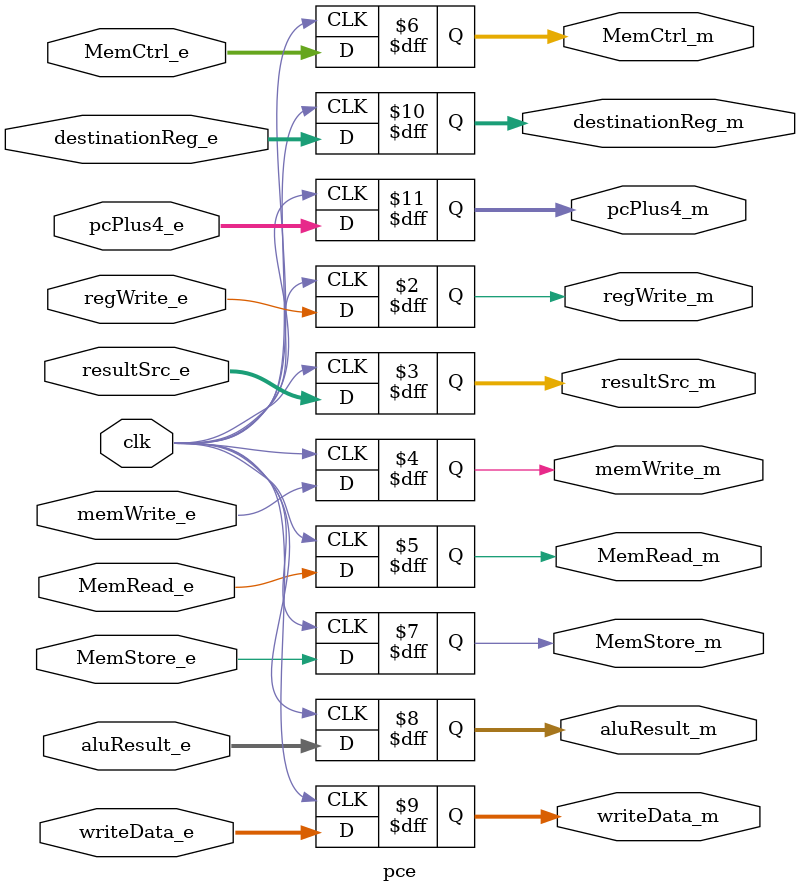
<source format=sv>
module pce #(
    parameter DATA_WIDTH = 32
)(
    input logic                       clk,

    // control cascade
    input logic                       regWrite_e,
    input logic [1:0]                 resultSrc_e,
    input logic                       memWrite_e,
    input logic                       MemRead_e,
    input logic [2:0]                 MemCtrl_e, 
    input logic                       MemStore_e,
    // data
    input logic [DATA_WIDTH-1:0]      aluResult_e,
    input logic [DATA_WIDTH-1:0]      writeData_e,
    input logic [4:0]                 destinationReg_e,
    input logic [DATA_WIDTH-1:0]      pcPlus4_e,

    //outputs control cascade
    output logic                       regWrite_m,
    output logic [1:0]                 resultSrc_m,
    output logic                       memWrite_m,
    output logic                       MemRead_m,
    output logic [2:0]                 MemCtrl_m, 
    output logic                       MemStore_m,
    // outputs data
    output logic [DATA_WIDTH-1:0]      aluResult_m,
    output logic [DATA_WIDTH-1:0]      writeData_m,
    output logic [4:0]                 destinationReg_m,
    output logic [DATA_WIDTH-1:0]      pcPlus4_m
);

always_ff @(posedge clk) begin

    regWrite_m      <= regWrite_e;
    resultSrc_m     <= resultSrc_e;
    memWrite_m      <= memWrite_e;
    MemCtrl_m       <= MemCtrl_e;
    MemRead_m       <= MemRead_e;
    MemStore_m      <= MemStore_e;

    aluResult_m     <= aluResult_e;
    writeData_m     <= writeData_e;
    destinationReg_m <= destinationReg_e;
    pcPlus4_m       <= pcPlus4_e;

end


endmodule

</source>
